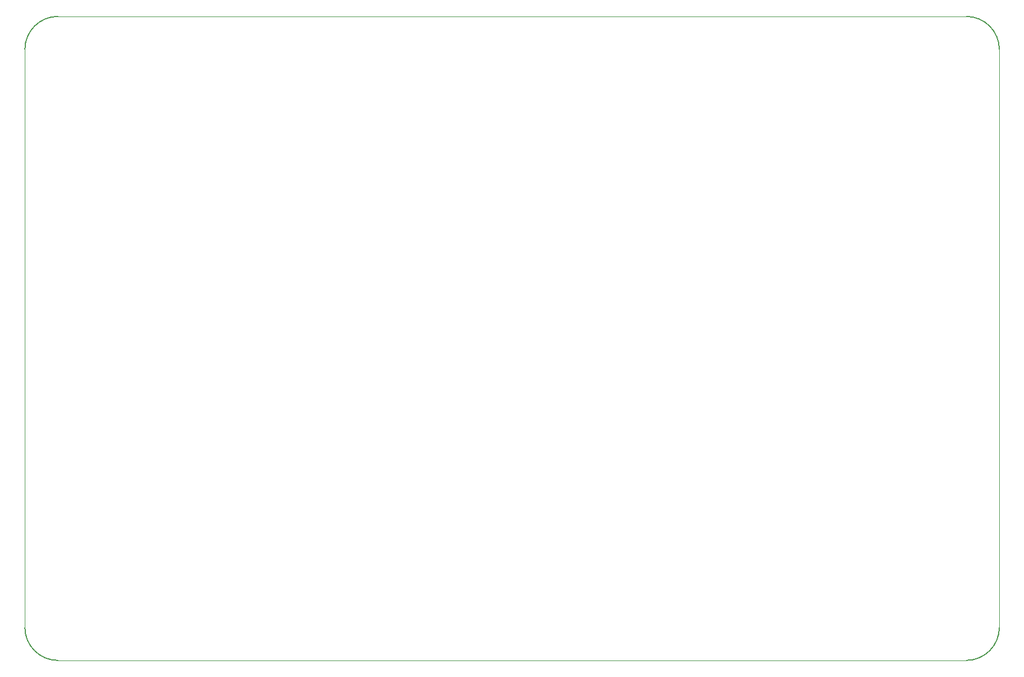
<source format=gbr>
G04 #@! TF.GenerationSoftware,KiCad,Pcbnew,5.1.12-5.1.12*
G04 #@! TF.CreationDate,2021-12-20T18:48:56+11:00*
G04 #@! TF.ProjectId,ttlclock3,74746c63-6c6f-4636-9b33-2e6b69636164,rev?*
G04 #@! TF.SameCoordinates,Original*
G04 #@! TF.FileFunction,Profile,NP*
%FSLAX46Y46*%
G04 Gerber Fmt 4.6, Leading zero omitted, Abs format (unit mm)*
G04 Created by KiCad (PCBNEW 5.1.12-5.1.12) date 2021-12-20 18:48:56*
%MOMM*%
%LPD*%
G01*
G04 APERTURE LIST*
G04 #@! TA.AperFunction,Profile*
%ADD10C,0.150000*%
G04 #@! TD*
G04 #@! TA.AperFunction,Profile*
%ADD11C,0.050000*%
G04 #@! TD*
G04 APERTURE END LIST*
D10*
X213360000Y-35560000D02*
G75*
G02*
X218440000Y-40640000I0J-5080000D01*
G01*
X218440000Y-129540000D02*
G75*
G02*
X213360000Y-134620000I-5080000J0D01*
G01*
X73660000Y-134620000D02*
G75*
G02*
X68580000Y-129540000I0J5080000D01*
G01*
X68580000Y-40640000D02*
G75*
G02*
X73660000Y-35560000I5080000J0D01*
G01*
D11*
X68580000Y-129540000D02*
X68580000Y-40640000D01*
X213360000Y-134620000D02*
X73660000Y-134620000D01*
X218440000Y-40640000D02*
X218440000Y-129540000D01*
X73660000Y-35560000D02*
X213360000Y-35560000D01*
M02*

</source>
